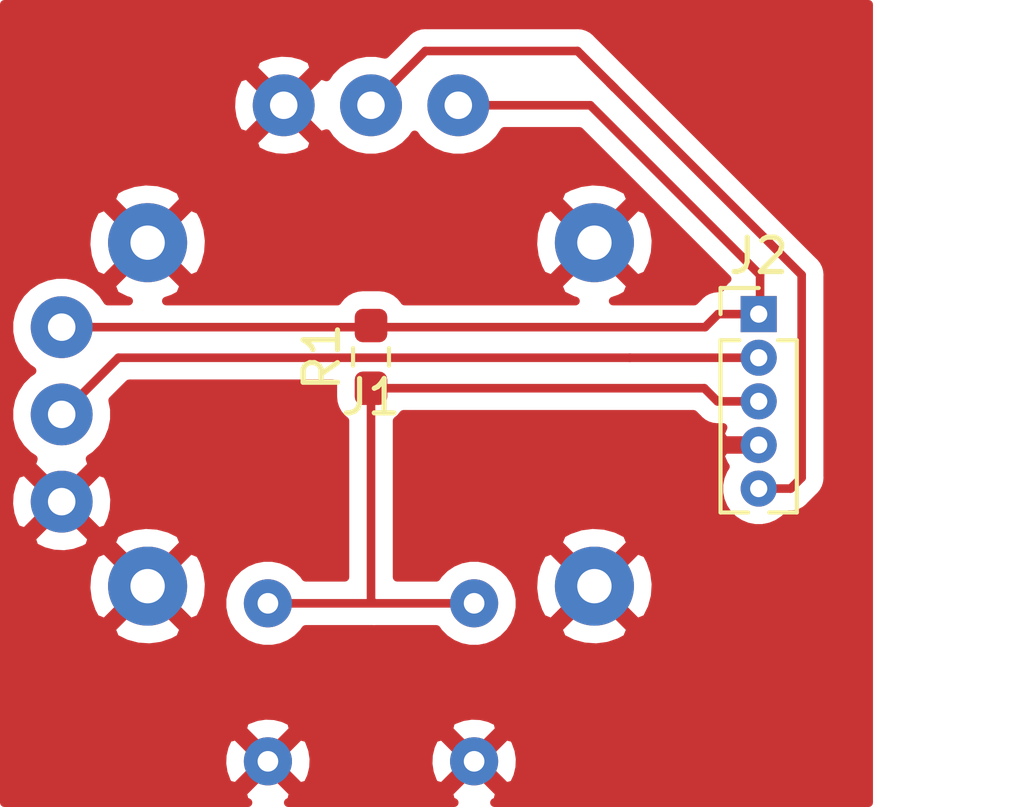
<source format=kicad_pcb>
(kicad_pcb (version 20171130) (host pcbnew 5.99.0+really5.1.10+dfsg1-1)

  (general
    (thickness 1.6)
    (drawings 0)
    (tracks 25)
    (zones 0)
    (modules 3)
    (nets 6)
  )

  (page A4)
  (layers
    (0 F.Cu signal)
    (31 B.Cu signal)
    (32 B.Adhes user)
    (33 F.Adhes user)
    (34 B.Paste user)
    (35 F.Paste user)
    (36 B.SilkS user)
    (37 F.SilkS user)
    (38 B.Mask user)
    (39 F.Mask user)
    (40 Dwgs.User user)
    (41 Cmts.User user)
    (42 Eco1.User user)
    (43 Eco2.User user)
    (44 Edge.Cuts user)
    (45 Margin user)
    (46 B.CrtYd user)
    (47 F.CrtYd user)
    (48 B.Fab user)
    (49 F.Fab user)
  )

  (setup
    (last_trace_width 0.25)
    (user_trace_width 0.3)
    (trace_clearance 0.2)
    (zone_clearance 0.508)
    (zone_45_only no)
    (trace_min 0.2)
    (via_size 0.8)
    (via_drill 0.4)
    (via_min_size 0.4)
    (via_min_drill 0.3)
    (uvia_size 0.3)
    (uvia_drill 0.1)
    (uvias_allowed no)
    (uvia_min_size 0.2)
    (uvia_min_drill 0.1)
    (edge_width 0.05)
    (segment_width 0.2)
    (pcb_text_width 0.3)
    (pcb_text_size 1.5 1.5)
    (mod_edge_width 0.12)
    (mod_text_size 1 1)
    (mod_text_width 0.15)
    (pad_size 1.05 1.05)
    (pad_drill 0.5)
    (pad_to_mask_clearance 0)
    (aux_axis_origin 0 0)
    (visible_elements FFFFFF7F)
    (pcbplotparams
      (layerselection 0x00000_7fffffff)
      (usegerberextensions false)
      (usegerberattributes true)
      (usegerberadvancedattributes true)
      (creategerberjobfile true)
      (excludeedgelayer true)
      (linewidth 0.100000)
      (plotframeref false)
      (viasonmask false)
      (mode 1)
      (useauxorigin false)
      (hpglpennumber 1)
      (hpglpenspeed 20)
      (hpglpendiameter 15.000000)
      (psnegative true)
      (psa4output false)
      (plotreference true)
      (plotvalue true)
      (plotinvisibletext false)
      (padsonsilk false)
      (subtractmaskfromsilk false)
      (outputformat 4)
      (mirror true)
      (drillshape 1)
      (scaleselection 1)
      (outputdirectory ""))
  )

  (net 0 "")
  (net 1 GND)
  (net 2 3.3)
  (net 3 Y)
  (net 4 BTN)
  (net 5 X)

  (net_class Default "This is the default net class."
    (clearance 0.2)
    (trace_width 0.25)
    (via_dia 0.8)
    (via_drill 0.4)
    (uvia_dia 0.3)
    (uvia_drill 0.1)
    (add_net 3.3)
    (add_net BTN)
    (add_net GND)
    (add_net X)
    (add_net Y)
  )

  (module stick:Stick_china (layer F.Cu) (tedit 61BF7A2B) (tstamp 61BFCE94)
    (at 115.57 82.55 180)
    (path /61BFAF20)
    (fp_text reference J1 (at 0 0.5) (layer F.SilkS)
      (effects (font (size 1 1) (thickness 0.15)))
    )
    (fp_text value Conn_01x09_Female (at 0 -0.5) (layer F.Fab)
      (effects (font (size 1 1) (thickness 0.15)))
    )
    (pad 5 thru_hole circle (at 9 2.54 180) (size 1.8 1.8) (drill 0.8) (layers *.Cu *.Mask)
      (net 2 3.3))
    (pad 7 thru_hole circle (at 9 -2.54 180) (size 1.8 1.8) (drill 0.8) (layers *.Cu *.Mask)
      (net 1 GND))
    (pad 6 thru_hole circle (at 9 0 180) (size 1.8 1.8) (drill 0.8) (layers *.Cu *.Mask)
      (net 3 Y))
    (pad 8 thru_hole circle (at 3 -5.5 180) (size 1.4 1.4) (drill 0.6) (layers *.Cu *.Mask)
      (net 4 BTN))
    (pad 8 thru_hole circle (at -3 -5.5 180) (size 1.4 1.4) (drill 0.6) (layers *.Cu *.Mask)
      (net 4 BTN))
    (pad 9 thru_hole circle (at 3 -10.1 180) (size 1.4 1.4) (drill 0.6) (layers *.Cu *.Mask)
      (net 1 GND))
    (pad 2 thru_hole circle (at -2.54 9 180) (size 1.8 1.8) (drill 0.8) (layers *.Cu *.Mask)
      (net 2 3.3))
    (pad 4 thru_hole circle (at 2.54 9 180) (size 1.8 1.8) (drill 0.8) (layers *.Cu *.Mask)
      (net 1 GND))
    (pad 3 thru_hole circle (at 0 9 180) (size 1.8 1.8) (drill 0.8) (layers *.Cu *.Mask)
      (net 5 X))
    (pad 9 thru_hole circle (at -3 -10.1 180) (size 1.4 1.4) (drill 0.6) (layers *.Cu *.Mask)
      (net 1 GND))
    (pad 1 thru_hole circle (at 6.5 5 180) (size 2.3 2.3) (drill 1) (layers *.Cu *.Mask)
      (net 1 GND))
    (pad 1 thru_hole circle (at -6.5 5 180) (size 2.3 2.3) (drill 1) (layers *.Cu *.Mask)
      (net 1 GND))
    (pad 1 thru_hole circle (at 6.5 -5 180) (size 2.3 2.3) (drill 1) (layers *.Cu *.Mask)
      (net 1 GND))
    (pad 1 thru_hole circle (at -6.5 -5 180) (size 2.3 2.3) (drill 1) (layers *.Cu *.Mask)
      (net 1 GND))
  )

  (module Resistor_SMD:R_0603_1608Metric_Pad0.98x0.95mm_HandSolder (layer F.Cu) (tedit 5F68FEEE) (tstamp 61BFCEC0)
    (at 115.57 80.8755 90)
    (descr "Resistor SMD 0603 (1608 Metric), square (rectangular) end terminal, IPC_7351 nominal with elongated pad for handsoldering. (Body size source: IPC-SM-782 page 72, https://www.pcb-3d.com/wordpress/wp-content/uploads/ipc-sm-782a_amendment_1_and_2.pdf), generated with kicad-footprint-generator")
    (tags "resistor handsolder")
    (path /61C30BE8)
    (attr smd)
    (fp_text reference R1 (at 0 -1.43 90) (layer F.SilkS)
      (effects (font (size 1 1) (thickness 0.15)))
    )
    (fp_text value 10k (at 0 1.43 90) (layer F.Fab)
      (effects (font (size 1 1) (thickness 0.15)))
    )
    (fp_line (start 1.65 0.73) (end -1.65 0.73) (layer F.CrtYd) (width 0.05))
    (fp_line (start 1.65 -0.73) (end 1.65 0.73) (layer F.CrtYd) (width 0.05))
    (fp_line (start -1.65 -0.73) (end 1.65 -0.73) (layer F.CrtYd) (width 0.05))
    (fp_line (start -1.65 0.73) (end -1.65 -0.73) (layer F.CrtYd) (width 0.05))
    (fp_line (start -0.254724 0.5225) (end 0.254724 0.5225) (layer F.SilkS) (width 0.12))
    (fp_line (start -0.254724 -0.5225) (end 0.254724 -0.5225) (layer F.SilkS) (width 0.12))
    (fp_line (start 0.8 0.4125) (end -0.8 0.4125) (layer F.Fab) (width 0.1))
    (fp_line (start 0.8 -0.4125) (end 0.8 0.4125) (layer F.Fab) (width 0.1))
    (fp_line (start -0.8 -0.4125) (end 0.8 -0.4125) (layer F.Fab) (width 0.1))
    (fp_line (start -0.8 0.4125) (end -0.8 -0.4125) (layer F.Fab) (width 0.1))
    (fp_text user %R (at 0 0 90) (layer F.Fab)
      (effects (font (size 0.4 0.4) (thickness 0.06)))
    )
    (pad 2 smd roundrect (at 0.9125 0 90) (size 0.975 0.95) (layers F.Cu F.Paste F.Mask) (roundrect_rratio 0.25)
      (net 2 3.3))
    (pad 1 smd roundrect (at -0.9125 0 90) (size 0.975 0.95) (layers F.Cu F.Paste F.Mask) (roundrect_rratio 0.25)
      (net 4 BTN))
    (model ${KISYS3DMOD}/Resistor_SMD.3dshapes/R_0603_1608Metric.wrl
      (at (xyz 0 0 0))
      (scale (xyz 1 1 1))
      (rotate (xyz 0 0 0))
    )
  )

  (module Connector_PinHeader_1.27mm:PinHeader_1x05_P1.27mm_Vertical (layer F.Cu) (tedit 61BF83E2) (tstamp 61BFCEAF)
    (at 126.85 79.63)
    (descr "Through hole straight pin header, 1x05, 1.27mm pitch, single row")
    (tags "Through hole pin header THT 1x05 1.27mm single row")
    (path /61BF7536)
    (fp_text reference J2 (at 0 -1.695) (layer F.SilkS)
      (effects (font (size 1 1) (thickness 0.15)))
    )
    (fp_text value Conn_01x05_Female (at 0 6.775) (layer F.Fab)
      (effects (font (size 1 1) (thickness 0.15)))
    )
    (fp_line (start 1.55 -1.15) (end -1.55 -1.15) (layer F.CrtYd) (width 0.05))
    (fp_line (start 1.55 6.25) (end 1.55 -1.15) (layer F.CrtYd) (width 0.05))
    (fp_line (start -1.55 6.25) (end 1.55 6.25) (layer F.CrtYd) (width 0.05))
    (fp_line (start -1.55 -1.15) (end -1.55 6.25) (layer F.CrtYd) (width 0.05))
    (fp_line (start -1.11 -0.76) (end 0 -0.76) (layer F.SilkS) (width 0.12))
    (fp_line (start -1.11 0) (end -1.11 -0.76) (layer F.SilkS) (width 0.12))
    (fp_line (start 0.563471 0.76) (end 1.11 0.76) (layer F.SilkS) (width 0.12))
    (fp_line (start -1.11 0.76) (end -0.563471 0.76) (layer F.SilkS) (width 0.12))
    (fp_line (start 1.11 0.76) (end 1.11 5.775) (layer F.SilkS) (width 0.12))
    (fp_line (start -1.11 0.76) (end -1.11 5.775) (layer F.SilkS) (width 0.12))
    (fp_line (start 0.30753 5.775) (end 1.11 5.775) (layer F.SilkS) (width 0.12))
    (fp_line (start -1.11 5.775) (end -0.30753 5.775) (layer F.SilkS) (width 0.12))
    (fp_line (start -1.05 -0.11) (end -0.525 -0.635) (layer F.Fab) (width 0.1))
    (fp_line (start -1.05 5.715) (end -1.05 -0.11) (layer F.Fab) (width 0.1))
    (fp_line (start 1.05 5.715) (end -1.05 5.715) (layer F.Fab) (width 0.1))
    (fp_line (start 1.05 -0.635) (end 1.05 5.715) (layer F.Fab) (width 0.1))
    (fp_line (start -0.525 -0.635) (end 1.05 -0.635) (layer F.Fab) (width 0.1))
    (fp_text user %R (at 0 2.54 90) (layer F.Fab)
      (effects (font (size 1 1) (thickness 0.15)))
    )
    (pad 5 thru_hole oval (at 0 5.08) (size 1.05 1.05) (drill 0.5) (layers *.Cu *.Mask)
      (net 5 X))
    (pad 4 thru_hole oval (at 0 3.81) (size 1.05 1.05) (drill 0.5) (layers *.Cu *.Mask)
      (net 1 GND))
    (pad 3 thru_hole oval (at 0 2.54) (size 1.05 1.05) (drill 0.5) (layers *.Cu *.Mask)
      (net 4 BTN))
    (pad 2 thru_hole oval (at 0 1.27) (size 1.05 1.05) (drill 0.5) (layers *.Cu *.Mask)
      (net 3 Y))
    (pad 1 thru_hole rect (at 0 0) (size 1.05 1.05) (drill 0.5) (layers *.Cu *.Mask)
      (net 2 3.3))
    (model ${KISYS3DMOD}/Connector_PinHeader_1.27mm.3dshapes/PinHeader_1x05_P1.27mm_Vertical.wrl
      (at (xyz 0 0 0))
      (scale (xyz 1 1 1))
      (rotate (xyz 0 0 0))
    )
  )

  (segment (start 121.95 73.55) (end 126.89 78.49) (width 0.25) (layer F.Cu) (net 2))
  (segment (start 118.11 73.55) (end 121.95 73.55) (width 0.25) (layer F.Cu) (net 2))
  (segment (start 125.67 79.63) (end 126.85 79.63) (width 0.25) (layer F.Cu) (net 2))
  (segment (start 125.29 80.01) (end 125.67 79.63) (width 0.25) (layer F.Cu) (net 2))
  (segment (start 106.57 80.01) (end 125.29 80.01) (width 0.25) (layer F.Cu) (net 2))
  (segment (start 126.89 79.59) (end 126.85 79.63) (width 0.25) (layer F.Cu) (net 2))
  (segment (start 126.89 78.49) (end 126.89 79.59) (width 0.25) (layer F.Cu) (net 2))
  (segment (start 108.22 80.9) (end 106.57 82.55) (width 0.25) (layer F.Cu) (net 3))
  (segment (start 123.1 80.9) (end 108.22 80.9) (width 0.25) (layer F.Cu) (net 3))
  (segment (start 123.1 80.9) (end 126.85 80.9) (width 0.25) (layer F.Cu) (net 3))
  (segment (start 115.57 87.962) (end 115.658 88.05) (width 0.25) (layer F.Cu) (net 4))
  (segment (start 115.658 88.05) (end 118.57 88.05) (width 0.25) (layer F.Cu) (net 4))
  (segment (start 115.57 81.788) (end 115.57 87.962) (width 0.25) (layer F.Cu) (net 4))
  (segment (start 112.57 88.05) (end 115.658 88.05) (width 0.25) (layer F.Cu) (net 4))
  (segment (start 115.57 81.788) (end 125.268 81.788) (width 0.25) (layer F.Cu) (net 4))
  (segment (start 125.65 82.17) (end 126.85 82.17) (width 0.25) (layer F.Cu) (net 4))
  (segment (start 125.268 81.788) (end 125.65 82.17) (width 0.25) (layer F.Cu) (net 4))
  (segment (start 121.58 71.97) (end 122.65 73.04) (width 0.25) (layer F.Cu) (net 5))
  (segment (start 117.15 71.97) (end 121.58 71.97) (width 0.25) (layer F.Cu) (net 5))
  (segment (start 115.57 73.55) (end 117.15 71.97) (width 0.25) (layer F.Cu) (net 5))
  (segment (start 122.65 73.04) (end 128.1 78.49) (width 0.25) (layer F.Cu) (net 5))
  (segment (start 122.52 72.91) (end 122.65 73.04) (width 0.25) (layer F.Cu) (net 5))
  (segment (start 128.1 84.39) (end 128.1 78.49) (width 0.25) (layer F.Cu) (net 5))
  (segment (start 127.78 84.71) (end 128.1 84.39) (width 0.25) (layer F.Cu) (net 5))
  (segment (start 126.85 84.71) (end 127.78 84.71) (width 0.25) (layer F.Cu) (net 5))

  (zone (net 1) (net_name GND) (layer F.Cu) (tstamp 0) (hatch edge 0.508)
    (connect_pads (clearance 0.508))
    (min_thickness 0.254)
    (fill yes (arc_segments 32) (thermal_gap 0.508) (thermal_bridge_width 0.508))
    (polygon
      (pts
        (xy 130.175 93.98) (xy 104.775 93.98) (xy 104.775 70.485) (xy 130.175 70.485)
      )
    )
    (filled_polygon
      (pts
        (xy 130.048 93.853) (xy 119.16247 93.853) (xy 119.252203 93.805037) (xy 119.311664 93.571269) (xy 118.57 92.829605)
        (xy 117.828336 93.571269) (xy 117.887797 93.805037) (xy 117.990925 93.853) (xy 113.16247 93.853) (xy 113.252203 93.805037)
        (xy 113.311664 93.571269) (xy 112.57 92.829605) (xy 111.828336 93.571269) (xy 111.887797 93.805037) (xy 111.990925 93.853)
        (xy 104.902 93.853) (xy 104.902 92.724473) (xy 111.23061 92.724473) (xy 111.270875 92.984344) (xy 111.361065 93.231366)
        (xy 111.414963 93.332203) (xy 111.648731 93.391664) (xy 112.390395 92.65) (xy 112.749605 92.65) (xy 113.491269 93.391664)
        (xy 113.725037 93.332203) (xy 113.835934 93.093758) (xy 113.898183 92.83826) (xy 113.903036 92.724473) (xy 117.23061 92.724473)
        (xy 117.270875 92.984344) (xy 117.361065 93.231366) (xy 117.414963 93.332203) (xy 117.648731 93.391664) (xy 118.390395 92.65)
        (xy 118.749605 92.65) (xy 119.491269 93.391664) (xy 119.725037 93.332203) (xy 119.835934 93.093758) (xy 119.898183 92.83826)
        (xy 119.90939 92.575527) (xy 119.869125 92.315656) (xy 119.778935 92.068634) (xy 119.725037 91.967797) (xy 119.491269 91.908336)
        (xy 118.749605 92.65) (xy 118.390395 92.65) (xy 117.648731 91.908336) (xy 117.414963 91.967797) (xy 117.304066 92.206242)
        (xy 117.241817 92.46174) (xy 117.23061 92.724473) (xy 113.903036 92.724473) (xy 113.90939 92.575527) (xy 113.869125 92.315656)
        (xy 113.778935 92.068634) (xy 113.725037 91.967797) (xy 113.491269 91.908336) (xy 112.749605 92.65) (xy 112.390395 92.65)
        (xy 111.648731 91.908336) (xy 111.414963 91.967797) (xy 111.304066 92.206242) (xy 111.241817 92.46174) (xy 111.23061 92.724473)
        (xy 104.902 92.724473) (xy 104.902 91.728731) (xy 111.828336 91.728731) (xy 112.57 92.470395) (xy 113.311664 91.728731)
        (xy 117.828336 91.728731) (xy 118.57 92.470395) (xy 119.311664 91.728731) (xy 119.252203 91.494963) (xy 119.013758 91.384066)
        (xy 118.75826 91.321817) (xy 118.495527 91.31061) (xy 118.235656 91.350875) (xy 117.988634 91.441065) (xy 117.887797 91.494963)
        (xy 117.828336 91.728731) (xy 113.311664 91.728731) (xy 113.252203 91.494963) (xy 113.013758 91.384066) (xy 112.75826 91.321817)
        (xy 112.495527 91.31061) (xy 112.235656 91.350875) (xy 111.988634 91.441065) (xy 111.887797 91.494963) (xy 111.828336 91.728731)
        (xy 104.902 91.728731) (xy 104.902 88.792349) (xy 108.007256 88.792349) (xy 108.121118 89.07209) (xy 108.436296 89.227961)
        (xy 108.775826 89.319349) (xy 109.126661 89.342741) (xy 109.475319 89.29724) (xy 109.8084 89.184594) (xy 110.018882 89.07209)
        (xy 110.132744 88.792349) (xy 109.07 87.729605) (xy 108.007256 88.792349) (xy 104.902 88.792349) (xy 104.902 87.606661)
        (xy 107.277259 87.606661) (xy 107.32276 87.955319) (xy 107.435406 88.2884) (xy 107.54791 88.498882) (xy 107.827651 88.612744)
        (xy 108.890395 87.55) (xy 109.249605 87.55) (xy 110.312349 88.612744) (xy 110.59209 88.498882) (xy 110.747961 88.183704)
        (xy 110.839349 87.844174) (xy 110.862741 87.493339) (xy 110.81724 87.144681) (xy 110.704594 86.8116) (xy 110.59209 86.601118)
        (xy 110.312349 86.487256) (xy 109.249605 87.55) (xy 108.890395 87.55) (xy 107.827651 86.487256) (xy 107.54791 86.601118)
        (xy 107.392039 86.916296) (xy 107.300651 87.255826) (xy 107.277259 87.606661) (xy 104.902 87.606661) (xy 104.902 86.15408)
        (xy 105.685525 86.15408) (xy 105.769208 86.408261) (xy 106.041775 86.539158) (xy 106.334642 86.614365) (xy 106.636553 86.630991)
        (xy 106.935907 86.588397) (xy 107.221199 86.488222) (xy 107.370792 86.408261) (xy 107.403915 86.307651) (xy 108.007256 86.307651)
        (xy 109.07 87.370395) (xy 110.132744 86.307651) (xy 110.018882 86.02791) (xy 109.703704 85.872039) (xy 109.364174 85.780651)
        (xy 109.013339 85.757259) (xy 108.664681 85.80276) (xy 108.3316 85.915406) (xy 108.121118 86.02791) (xy 108.007256 86.307651)
        (xy 107.403915 86.307651) (xy 107.454475 86.15408) (xy 106.57 85.269605) (xy 105.685525 86.15408) (xy 104.902 86.15408)
        (xy 104.902 85.156553) (xy 105.029009 85.156553) (xy 105.071603 85.455907) (xy 105.171778 85.741199) (xy 105.251739 85.890792)
        (xy 105.50592 85.974475) (xy 106.390395 85.09) (xy 106.749605 85.09) (xy 107.63408 85.974475) (xy 107.888261 85.890792)
        (xy 108.019158 85.618225) (xy 108.094365 85.325358) (xy 108.110991 85.023447) (xy 108.068397 84.724093) (xy 107.968222 84.438801)
        (xy 107.888261 84.289208) (xy 107.63408 84.205525) (xy 106.749605 85.09) (xy 106.390395 85.09) (xy 105.50592 84.205525)
        (xy 105.251739 84.289208) (xy 105.120842 84.561775) (xy 105.045635 84.854642) (xy 105.029009 85.156553) (xy 104.902 85.156553)
        (xy 104.902 79.858816) (xy 105.035 79.858816) (xy 105.035 80.161184) (xy 105.093989 80.457743) (xy 105.209701 80.737095)
        (xy 105.377688 80.988505) (xy 105.591495 81.202312) (xy 105.707763 81.28) (xy 105.591495 81.357688) (xy 105.377688 81.571495)
        (xy 105.209701 81.822905) (xy 105.093989 82.102257) (xy 105.035 82.398816) (xy 105.035 82.701184) (xy 105.093989 82.997743)
        (xy 105.209701 83.277095) (xy 105.377688 83.528505) (xy 105.591495 83.742312) (xy 105.745105 83.844951) (xy 105.685525 84.02592)
        (xy 106.57 84.910395) (xy 107.454475 84.02592) (xy 107.394895 83.844951) (xy 107.548505 83.742312) (xy 107.762312 83.528505)
        (xy 107.930299 83.277095) (xy 108.046011 82.997743) (xy 108.105 82.701184) (xy 108.105 82.398816) (xy 108.053731 82.141071)
        (xy 108.534803 81.66) (xy 114.456928 81.66) (xy 114.456928 82.038) (xy 114.473752 82.208816) (xy 114.523577 82.373067)
        (xy 114.604488 82.524442) (xy 114.713377 82.657123) (xy 114.81 82.73642) (xy 114.810001 87.29) (xy 113.667775 87.29)
        (xy 113.606962 87.198987) (xy 113.421013 87.013038) (xy 113.202359 86.866939) (xy 112.959405 86.766304) (xy 112.701486 86.715)
        (xy 112.438514 86.715) (xy 112.180595 86.766304) (xy 111.937641 86.866939) (xy 111.718987 87.013038) (xy 111.533038 87.198987)
        (xy 111.386939 87.417641) (xy 111.286304 87.660595) (xy 111.235 87.918514) (xy 111.235 88.181486) (xy 111.286304 88.439405)
        (xy 111.386939 88.682359) (xy 111.533038 88.901013) (xy 111.718987 89.086962) (xy 111.937641 89.233061) (xy 112.180595 89.333696)
        (xy 112.438514 89.385) (xy 112.701486 89.385) (xy 112.959405 89.333696) (xy 113.202359 89.233061) (xy 113.421013 89.086962)
        (xy 113.606962 88.901013) (xy 113.667775 88.81) (xy 115.620675 88.81) (xy 115.658 88.813676) (xy 115.695325 88.81)
        (xy 117.472225 88.81) (xy 117.533038 88.901013) (xy 117.718987 89.086962) (xy 117.937641 89.233061) (xy 118.180595 89.333696)
        (xy 118.438514 89.385) (xy 118.701486 89.385) (xy 118.959405 89.333696) (xy 119.202359 89.233061) (xy 119.421013 89.086962)
        (xy 119.606962 88.901013) (xy 119.679568 88.792349) (xy 121.007256 88.792349) (xy 121.121118 89.07209) (xy 121.436296 89.227961)
        (xy 121.775826 89.319349) (xy 122.126661 89.342741) (xy 122.475319 89.29724) (xy 122.8084 89.184594) (xy 123.018882 89.07209)
        (xy 123.132744 88.792349) (xy 122.07 87.729605) (xy 121.007256 88.792349) (xy 119.679568 88.792349) (xy 119.753061 88.682359)
        (xy 119.853696 88.439405) (xy 119.905 88.181486) (xy 119.905 87.918514) (xy 119.853696 87.660595) (xy 119.831356 87.606661)
        (xy 120.277259 87.606661) (xy 120.32276 87.955319) (xy 120.435406 88.2884) (xy 120.54791 88.498882) (xy 120.827651 88.612744)
        (xy 121.890395 87.55) (xy 122.249605 87.55) (xy 123.312349 88.612744) (xy 123.59209 88.498882) (xy 123.747961 88.183704)
        (xy 123.839349 87.844174) (xy 123.862741 87.493339) (xy 123.81724 87.144681) (xy 123.704594 86.8116) (xy 123.59209 86.601118)
        (xy 123.312349 86.487256) (xy 122.249605 87.55) (xy 121.890395 87.55) (xy 120.827651 86.487256) (xy 120.54791 86.601118)
        (xy 120.392039 86.916296) (xy 120.300651 87.255826) (xy 120.277259 87.606661) (xy 119.831356 87.606661) (xy 119.753061 87.417641)
        (xy 119.606962 87.198987) (xy 119.421013 87.013038) (xy 119.202359 86.866939) (xy 118.959405 86.766304) (xy 118.701486 86.715)
        (xy 118.438514 86.715) (xy 118.180595 86.766304) (xy 117.937641 86.866939) (xy 117.718987 87.013038) (xy 117.533038 87.198987)
        (xy 117.472225 87.29) (xy 116.33 87.29) (xy 116.33 86.307651) (xy 121.007256 86.307651) (xy 122.07 87.370395)
        (xy 123.132744 86.307651) (xy 123.018882 86.02791) (xy 122.703704 85.872039) (xy 122.364174 85.780651) (xy 122.013339 85.757259)
        (xy 121.664681 85.80276) (xy 121.3316 85.915406) (xy 121.121118 86.02791) (xy 121.007256 86.307651) (xy 116.33 86.307651)
        (xy 116.33 82.73642) (xy 116.426623 82.657123) (xy 116.516178 82.548) (xy 124.953199 82.548) (xy 125.086196 82.680997)
        (xy 125.109999 82.710001) (xy 125.225724 82.804974) (xy 125.295454 82.842246) (xy 125.357753 82.875546) (xy 125.501014 82.919003)
        (xy 125.65 82.933677) (xy 125.687333 82.93) (xy 125.813471 82.93) (xy 125.749711 83.072606) (xy 125.731036 83.13419)
        (xy 125.856837 83.313) (xy 126.650285 83.313) (xy 126.73575 83.33) (xy 126.96425 83.33) (xy 126.997 83.323486)
        (xy 126.997 83.556514) (xy 126.96425 83.55) (xy 126.73575 83.55) (xy 126.650285 83.567) (xy 125.856837 83.567)
        (xy 125.731036 83.74581) (xy 125.749711 83.807394) (xy 125.842528 84.01499) (xy 125.882039 84.070711) (xy 125.822021 84.160534)
        (xy 125.734578 84.37164) (xy 125.69 84.59575) (xy 125.69 84.82425) (xy 125.734578 85.04836) (xy 125.822021 85.259466)
        (xy 125.948969 85.449457) (xy 126.110543 85.611031) (xy 126.300534 85.737979) (xy 126.51164 85.825422) (xy 126.73575 85.87)
        (xy 126.96425 85.87) (xy 127.18836 85.825422) (xy 127.399466 85.737979) (xy 127.589457 85.611031) (xy 127.730488 85.47)
        (xy 127.742678 85.47) (xy 127.78 85.473676) (xy 127.817322 85.47) (xy 127.817333 85.47) (xy 127.928986 85.459003)
        (xy 128.072247 85.415546) (xy 128.204276 85.344974) (xy 128.320001 85.250001) (xy 128.343804 85.220997) (xy 128.610998 84.953803)
        (xy 128.640001 84.930001) (xy 128.734974 84.814276) (xy 128.805546 84.682247) (xy 128.849003 84.538986) (xy 128.86 84.427333)
        (xy 128.86 84.427324) (xy 128.863676 84.390001) (xy 128.86 84.352678) (xy 128.86 78.527323) (xy 128.863676 78.49)
        (xy 128.86 78.452677) (xy 128.86 78.452667) (xy 128.849003 78.341014) (xy 128.805546 78.197753) (xy 128.734975 78.065725)
        (xy 128.734974 78.065723) (xy 128.663799 77.978997) (xy 128.640001 77.949999) (xy 128.611003 77.926201) (xy 123.213804 72.529003)
        (xy 123.213799 72.528997) (xy 122.143804 71.459002) (xy 122.120001 71.429999) (xy 122.004276 71.335026) (xy 121.872247 71.264454)
        (xy 121.728986 71.220997) (xy 121.617333 71.21) (xy 121.617322 71.21) (xy 121.58 71.206324) (xy 121.542678 71.21)
        (xy 117.187322 71.21) (xy 117.149999 71.206324) (xy 117.112676 71.21) (xy 117.112667 71.21) (xy 117.001014 71.220997)
        (xy 116.857753 71.264454) (xy 116.725724 71.335026) (xy 116.725722 71.335027) (xy 116.725723 71.335027) (xy 116.638996 71.406201)
        (xy 116.638992 71.406205) (xy 116.609999 71.429999) (xy 116.586205 71.458992) (xy 115.978929 72.066269) (xy 115.721184 72.015)
        (xy 115.418816 72.015) (xy 115.122257 72.073989) (xy 114.842905 72.189701) (xy 114.591495 72.357688) (xy 114.377688 72.571495)
        (xy 114.275049 72.725105) (xy 114.09408 72.665525) (xy 113.209605 73.55) (xy 114.09408 74.434475) (xy 114.275049 74.374895)
        (xy 114.377688 74.528505) (xy 114.591495 74.742312) (xy 114.842905 74.910299) (xy 115.122257 75.026011) (xy 115.418816 75.085)
        (xy 115.721184 75.085) (xy 116.017743 75.026011) (xy 116.297095 74.910299) (xy 116.548505 74.742312) (xy 116.762312 74.528505)
        (xy 116.84 74.412237) (xy 116.917688 74.528505) (xy 117.131495 74.742312) (xy 117.382905 74.910299) (xy 117.662257 75.026011)
        (xy 117.958816 75.085) (xy 118.261184 75.085) (xy 118.557743 75.026011) (xy 118.837095 74.910299) (xy 119.088505 74.742312)
        (xy 119.302312 74.528505) (xy 119.448313 74.31) (xy 121.635199 74.31) (xy 125.931595 78.606397) (xy 125.873815 78.653815)
        (xy 125.794463 78.750506) (xy 125.735498 78.86082) (xy 125.732713 78.87) (xy 125.707322 78.87) (xy 125.669999 78.866324)
        (xy 125.632676 78.87) (xy 125.632667 78.87) (xy 125.521014 78.880997) (xy 125.377753 78.924454) (xy 125.245724 78.995026)
        (xy 125.129999 79.089999) (xy 125.106196 79.119003) (xy 124.975199 79.25) (xy 122.615002 79.25) (xy 122.8084 79.184594)
        (xy 123.018882 79.07209) (xy 123.132744 78.792349) (xy 122.07 77.729605) (xy 121.007256 78.792349) (xy 121.121118 79.07209)
        (xy 121.436296 79.227961) (xy 121.518177 79.25) (xy 116.548042 79.25) (xy 116.535512 79.226558) (xy 116.426623 79.093877)
        (xy 116.293942 78.984988) (xy 116.142567 78.904077) (xy 115.978316 78.854252) (xy 115.8075 78.837428) (xy 115.3325 78.837428)
        (xy 115.161684 78.854252) (xy 114.997433 78.904077) (xy 114.846058 78.984988) (xy 114.713377 79.093877) (xy 114.604488 79.226558)
        (xy 114.591958 79.25) (xy 109.615002 79.25) (xy 109.8084 79.184594) (xy 110.018882 79.07209) (xy 110.132744 78.792349)
        (xy 109.07 77.729605) (xy 108.007256 78.792349) (xy 108.121118 79.07209) (xy 108.436296 79.227961) (xy 108.518177 79.25)
        (xy 107.908313 79.25) (xy 107.762312 79.031495) (xy 107.548505 78.817688) (xy 107.297095 78.649701) (xy 107.017743 78.533989)
        (xy 106.721184 78.475) (xy 106.418816 78.475) (xy 106.122257 78.533989) (xy 105.842905 78.649701) (xy 105.591495 78.817688)
        (xy 105.377688 79.031495) (xy 105.209701 79.282905) (xy 105.093989 79.562257) (xy 105.035 79.858816) (xy 104.902 79.858816)
        (xy 104.902 77.606661) (xy 107.277259 77.606661) (xy 107.32276 77.955319) (xy 107.435406 78.2884) (xy 107.54791 78.498882)
        (xy 107.827651 78.612744) (xy 108.890395 77.55) (xy 109.249605 77.55) (xy 110.312349 78.612744) (xy 110.59209 78.498882)
        (xy 110.747961 78.183704) (xy 110.839349 77.844174) (xy 110.855185 77.606661) (xy 120.277259 77.606661) (xy 120.32276 77.955319)
        (xy 120.435406 78.2884) (xy 120.54791 78.498882) (xy 120.827651 78.612744) (xy 121.890395 77.55) (xy 122.249605 77.55)
        (xy 123.312349 78.612744) (xy 123.59209 78.498882) (xy 123.747961 78.183704) (xy 123.839349 77.844174) (xy 123.862741 77.493339)
        (xy 123.81724 77.144681) (xy 123.704594 76.8116) (xy 123.59209 76.601118) (xy 123.312349 76.487256) (xy 122.249605 77.55)
        (xy 121.890395 77.55) (xy 120.827651 76.487256) (xy 120.54791 76.601118) (xy 120.392039 76.916296) (xy 120.300651 77.255826)
        (xy 120.277259 77.606661) (xy 110.855185 77.606661) (xy 110.862741 77.493339) (xy 110.81724 77.144681) (xy 110.704594 76.8116)
        (xy 110.59209 76.601118) (xy 110.312349 76.487256) (xy 109.249605 77.55) (xy 108.890395 77.55) (xy 107.827651 76.487256)
        (xy 107.54791 76.601118) (xy 107.392039 76.916296) (xy 107.300651 77.255826) (xy 107.277259 77.606661) (xy 104.902 77.606661)
        (xy 104.902 76.307651) (xy 108.007256 76.307651) (xy 109.07 77.370395) (xy 110.132744 76.307651) (xy 121.007256 76.307651)
        (xy 122.07 77.370395) (xy 123.132744 76.307651) (xy 123.018882 76.02791) (xy 122.703704 75.872039) (xy 122.364174 75.780651)
        (xy 122.013339 75.757259) (xy 121.664681 75.80276) (xy 121.3316 75.915406) (xy 121.121118 76.02791) (xy 121.007256 76.307651)
        (xy 110.132744 76.307651) (xy 110.018882 76.02791) (xy 109.703704 75.872039) (xy 109.364174 75.780651) (xy 109.013339 75.757259)
        (xy 108.664681 75.80276) (xy 108.3316 75.915406) (xy 108.121118 76.02791) (xy 108.007256 76.307651) (xy 104.902 76.307651)
        (xy 104.902 74.61408) (xy 112.145525 74.61408) (xy 112.229208 74.868261) (xy 112.501775 74.999158) (xy 112.794642 75.074365)
        (xy 113.096553 75.090991) (xy 113.395907 75.048397) (xy 113.681199 74.948222) (xy 113.830792 74.868261) (xy 113.914475 74.61408)
        (xy 113.03 73.729605) (xy 112.145525 74.61408) (xy 104.902 74.61408) (xy 104.902 73.616553) (xy 111.489009 73.616553)
        (xy 111.531603 73.915907) (xy 111.631778 74.201199) (xy 111.711739 74.350792) (xy 111.96592 74.434475) (xy 112.850395 73.55)
        (xy 111.96592 72.665525) (xy 111.711739 72.749208) (xy 111.580842 73.021775) (xy 111.505635 73.314642) (xy 111.489009 73.616553)
        (xy 104.902 73.616553) (xy 104.902 72.48592) (xy 112.145525 72.48592) (xy 113.03 73.370395) (xy 113.914475 72.48592)
        (xy 113.830792 72.231739) (xy 113.558225 72.100842) (xy 113.265358 72.025635) (xy 112.963447 72.009009) (xy 112.664093 72.051603)
        (xy 112.378801 72.151778) (xy 112.229208 72.231739) (xy 112.145525 72.48592) (xy 104.902 72.48592) (xy 104.902 70.612)
        (xy 130.048 70.612)
      )
    )
  )
)

</source>
